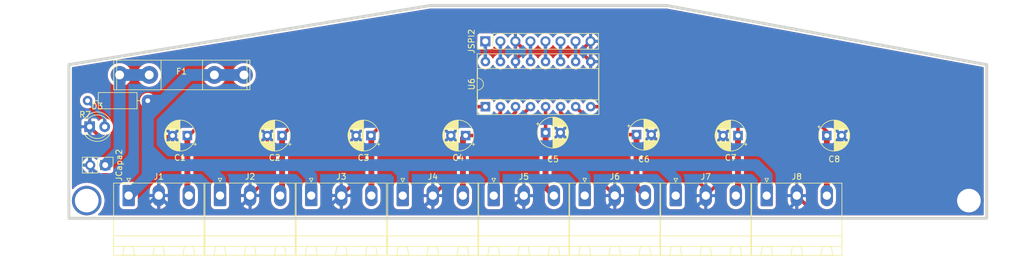
<source format=kicad_pcb>
(kicad_pcb (version 20211014) (generator pcbnew)
  (layers (0 "F.Cu" signal) (31 "B.Cu" signal) (34 "B.Paste" user) (35 "F.Paste" user) (36 "B.SilkS" user "B.Silkscreen") (37 "F.SilkS" user "F.Silkscreen") (38 "B.Mask" user) (39 "F.Mask" user) (44 "Edge.Cuts" user))
  (net 0 "")
  (net 1 "GNDREF")
  (net 2 "Net-(JCapa2-Pad1)")
  (net 3 "POWER_SENSORS")
  (net 4 "Net-(D3-Pad2)")
  (net 5 "CH0")
  (net 6 "CH1")
  (net 7 "CH2")
  (net 8 "CH3")
  (net 9 "CH4")
  (net 10 "CH5")
  (net 11 "CH6")
  (net 12 "ADC_DI")
  (net 13 "ADC_DO")
  (net 14 "ADC_CLK")
  (net 15 "CH7_Analog")
  (net 16 "POWER_ADC")
  (net 17 "Vref_ADC")
  (net 18 "SPI2_CS")
  (footprint "Capacitor_THT:CP_Radial_D5.0mm_P2.50mm" (layer "F.Cu") (at 74 117 180)
    (fp_text reference "C1" (at 1.25 -3.75) (layer "F.SilkS"))
    (fp_text value "1u")
    (pad "1" thru_hole rect (at 0 0 180) (size 1.6 1.6) (drill 0.8) (layers *.Cu *.Mask) (net 5 "CH0"))
    (pad "2" thru_hole circle (at 2.5 0 180) (size 1.6 1.6) (drill 0.8) (layers *.Cu *.Mask) (net 1 "GNDREF"))
  )
  (footprint "Capacitor_THT:CP_Radial_D5.0mm_P2.50mm" (layer "F.Cu") (at 90 117 180)
    (fp_text reference "C2" (at 1.25 -3.75) (layer "F.SilkS"))
    (fp_text value "1u")
    (pad "1" thru_hole rect (at 0 0 180) (size 1.6 1.6) (drill 0.8) (layers *.Cu *.Mask) (net 6 "CH1"))
    (pad "2" thru_hole circle (at 2.5 0 180) (size 1.6 1.6) (drill 0.8) (layers *.Cu *.Mask) (net 1 "GNDREF"))
  )
  (footprint "Capacitor_THT:CP_Radial_D5.0mm_P2.50mm" (layer "F.Cu") (at 105 117 180)
    (fp_text reference "C3" (at 1.25 -3.75) (layer "F.SilkS"))
    (fp_text value "1u")
    (pad "1" thru_hole rect (at 0 0 180) (size 1.6 1.6) (drill 0.8) (layers *.Cu *.Mask) (net 7 "CH2"))
    (pad "2" thru_hole circle (at 2.5 0 180) (size 1.6 1.6) (drill 0.8) (layers *.Cu *.Mask) (net 1 "GNDREF"))
  )
  (footprint "Capacitor_THT:CP_Radial_D5.0mm_P2.50mm" (layer "F.Cu") (at 121 117 180)
    (fp_text reference "C4" (at 1.25 -3.75) (layer "F.SilkS"))
    (fp_text value "1u")
    (pad "1" thru_hole rect (at 0 0 180) (size 1.6 1.6) (drill 0.8) (layers *.Cu *.Mask) (net 8 "CH3"))
    (pad "2" thru_hole circle (at 2.5 0 180) (size 1.6 1.6) (drill 0.8) (layers *.Cu *.Mask) (net 1 "GNDREF"))
  )
  (footprint "Capacitor_THT:CP_Radial_D5.0mm_P2.50mm" (layer "F.Cu") (at 134.5 116.5)
    (fp_text reference "C5" (at 1.25 4.5) (layer "F.SilkS"))
    (fp_text value "1u")
    (pad "1" thru_hole rect (at 0 0) (size 1.6 1.6) (drill 0.8) (layers *.Cu *.Mask) (net 9 "CH4"))
    (pad "2" thru_hole circle (at 2.5 0) (size 1.6 1.6) (drill 0.8) (layers *.Cu *.Mask) (net 1 "GNDREF"))
  )
  (footprint "Capacitor_THT:CP_Radial_D5.0mm_P2.50mm" (layer "F.Cu") (at 149.86 116.84)
    (fp_text reference "C6" (at 1.25 4.16) (layer "F.SilkS"))
    (fp_text value "1u")
    (pad "1" thru_hole rect (at 0 0) (size 1.6 1.6) (drill 0.8) (layers *.Cu *.Mask) (net 10 "CH5"))
    (pad "2" thru_hole circle (at 2.5 0) (size 1.6 1.6) (drill 0.8) (layers *.Cu *.Mask) (net 1 "GNDREF"))
  )
  (footprint "Capacitor_THT:CP_Radial_D5.0mm_P2.50mm" (layer "F.Cu") (at 167 117 180)
    (fp_text reference "C7" (at 1.25 -3.75) (layer "F.SilkS"))
    (fp_text value "1u")
    (pad "1" thru_hole rect (at 0 0 180) (size 1.6 1.6) (drill 0.8) (layers *.Cu *.Mask) (net 11 "CH6"))
    (pad "2" thru_hole circle (at 2.5 0 180) (size 1.6 1.6) (drill 0.8) (layers *.Cu *.Mask) (net 1 "GNDREF"))
  )
  (footprint "Capacitor_THT:CP_Radial_D5.0mm_P2.50mm" (layer "F.Cu") (at 182 117)
    (fp_text reference "C8" (at 1.25 4) (layer "F.SilkS"))
    (fp_text value "1u")
    (pad "1" thru_hole rect (at 0 0) (size 1.6 1.6) (drill 0.8) (layers *.Cu *.Mask) (net 15 "CH7_Analog"))
    (pad "2" thru_hole circle (at 2.5 0) (size 1.6 1.6) (drill 0.8) (layers *.Cu *.Mask) (net 1 "GNDREF"))
  )
  (footprint "LED_THT:LED_D4.0mm" (layer "F.Cu") (at 57.5 115.5)
    (fp_text reference "D3" (at 1.27 -3.46) (layer "F.SilkS"))
    (fp_text value "LED")
    (pad "1" thru_hole rect (at 0 0) (size 1.8 1.8) (drill 0.9) (layers *.Cu *.Mask) (net 1 "GNDREF"))
    (pad "2" thru_hole circle (at 2.54 0) (size 1.8 1.8) (drill 0.9) (layers *.Cu *.Mask) (net 4 "Net-(D3-Pad2)"))
  )
  (footprint "Resistor_THT:R_Axial_DIN0207_L6.3mm_D2.5mm_P10.16mm_Horizontal" (layer "F.Cu") (at 67.31 111.09 180)
    (fp_text reference "R7" (at 10.58 -2.37) (layer "F.SilkS"))
    (fp_text value "10k")
    (pad "1" thru_hole circle (at 0 0 180) (size 1.6 1.6) (drill 0.8) (layers *.Cu *.Mask) (net 3 "POWER_SENSORS"))
    (pad "2" thru_hole oval (at 10.16 0 180) (size 1.6 1.6) (drill 0.8) (layers *.Cu *.Mask) (net 4 "Net-(D3-Pad2)"))
  )
  (footprint "PhoenixContact_MSTBA_2,5_3-G-5,08_1x03_P5.08mm_Horizontal_borderless:PhoenixContact_MSTBA_2,5_3-G-5,08_1x03_P5.08mm_Horizontal_Borderless" (layer "F.Cu") (at 61.5458 124.6081)
    (fp_text reference "J1" (at 7.62 -0.66) (layer "F.SilkS"))
    (fp_text value "S0")
    (pad "1" thru_hole roundrect locked (at 2.54 2.54) (size 2.08 3.6) (drill 1.4) (layers *.Cu *.Mask) (roundrect_rratio 0.1201918269) (net 3 "POWER_SENSORS"))
    (pad "2" thru_hole oval locked (at 7.62 2.54) (size 2.08 3.6) (drill 1.4) (layers *.Cu *.Mask) (net 1 "GNDREF"))
    (pad "3" thru_hole oval locked (at 12.7 2.54) (size 2.08 3.6) (drill 1.4) (layers *.Cu *.Mask) (net 5 "CH0"))
  )
  (footprint "PhoenixContact_MSTBA_2,5_3-G-5,08_1x03_P5.08mm_Horizontal_borderless:PhoenixContact_MSTBA_2,5_3-G-5,08_1x03_P5.08mm_Horizontal_Borderless" (layer "F.Cu") (at 76.978 124.6081)
    (fp_text reference "J2" (at 7.62 -0.66) (layer "F.SilkS"))
    (fp_text value "S1")
    (pad "1" thru_hole roundrect locked (at 2.54 2.54) (size 2.08 3.6) (drill 1.4) (layers *.Cu *.Mask) (roundrect_rratio 0.1201918269) (net 3 "POWER_SENSORS"))
    (pad "2" thru_hole oval locked (at 7.62 2.54) (size 2.08 3.6) (drill 1.4) (layers *.Cu *.Mask) (net 1 "GNDREF"))
    (pad "3" thru_hole oval locked (at 12.7 2.54) (size 2.08 3.6) (drill 1.4) (layers *.Cu *.Mask) (net 6 "CH1"))
  )
  (footprint "PhoenixContact_MSTBA_2,5_3-G-5,08_1x03_P5.08mm_Horizontal_borderless:PhoenixContact_MSTBA_2,5_3-G-5,08_1x03_P5.08mm_Horizontal_Borderless" (layer "F.Cu") (at 92.38 124.6081)
    (fp_text reference "J3" (at 7.62 -0.66) (layer "F.SilkS"))
    (fp_text value "S2")
    (pad "1" thru_hole roundrect locked (at 2.54 2.54) (size 2.08 3.6) (drill 1.4) (layers *.Cu *.Mask) (roundrect_rratio 0.1201918269) (net 3 "POWER_SENSORS"))
    (pad "2" thru_hole oval locked (at 7.62 2.54) (size 2.08 3.6) (drill 1.4) (layers *.Cu *.Mask) (net 1 "GNDREF"))
    (pad "3" thru_hole oval locked (at 12.7 2.54) (size 2.08 3.6) (drill 1.4) (layers *.Cu *.Mask) (net 7 "CH2"))
  )
  (footprint "PhoenixContact_MSTBA_2,5_3-G-5,08_1x03_P5.08mm_Horizontal_borderless:PhoenixContact_MSTBA_2,5_3-G-5,08_1x03_P5.08mm_Horizontal_Borderless" (layer "F.Cu") (at 107.839 124.619)
    (fp_text reference "J4" (at 7.62 -0.66) (layer "F.SilkS"))
    (fp_text value "S3")
    (pad "1" thru_hole roundrect locked (at 2.54 2.54) (size 2.08 3.6) (drill 1.4) (layers *.Cu *.Mask) (roundrect_rratio 0.1201918269) (net 3 "POWER_SENSORS"))
    (pad "2" thru_hole oval locked (at 7.62 2.54) (size 2.08 3.6) (drill 1.4) (layers *.Cu *.Mask) (net 1 "GNDREF"))
    (pad "3" thru_hole oval locked (at 12.7 2.54) (size 2.08 3.6) (drill 1.4) (layers *.Cu *.Mask) (net 8 "CH3"))
  )
  (footprint "PhoenixContact_MSTBA_2,5_3-G-5,08_1x03_P5.08mm_Horizontal_borderless:PhoenixContact_MSTBA_2,5_3-G-5,08_1x03_P5.08mm_Horizontal_Borderless" (layer "F.Cu") (at 123.206 124.619)
    (fp_text reference "J5" (at 7.62 -0.66) (layer "F.SilkS"))
    (fp_text value "S4")
    (pad "1" thru_hole roundrect locked (at 2.54 2.54) (size 2.08 3.6) (drill 1.4) (layers *.Cu *.Mask) (roundrect_rratio 0.1201918269) (net 3 "POWER_SENSORS"))
    (pad "2" thru_hole oval locked (at 7.62 2.54) (size 2.08 3.6) (drill 1.4) (layers *.Cu *.Mask) (net 1 "GNDREF"))
    (pad "3" thru_hole oval locked (at 12.7 2.54) (size 2.08 3.6) (drill 1.4) (layers *.Cu *.Mask) (net 9 "CH4"))
  )
  (footprint "PhoenixContact_MSTBA_2,5_3-G-5,08_1x03_P5.08mm_Horizontal_borderless:PhoenixContact_MSTBA_2,5_3-G-5,08_1x03_P5.08mm_Horizontal_Borderless" (layer "F.Cu") (at 138.573 124.606)
    (fp_text reference "J6" (at 7.62 -0.66) (layer "F.SilkS"))
    (fp_text value "S5")
    (pad "1" thru_hole roundrect locked (at 2.54 2.54) (size 2.08 3.6) (drill 1.4) (layers *.Cu *.Mask) (roundrect_rratio 0.1201918269) (net 3 "POWER_SENSORS"))
    (pad "2" thru_hole oval locked (at 7.62 2.54) (size 2.08 3.6) (drill 1.4) (layers *.Cu *.Mask) (net 1 "GNDREF"))
    (pad "3" thru_hole oval locked (at 12.7 2.54) (size 2.08 3.6) (drill 1.4) (layers *.Cu *.Mask) (net 10 "CH5"))
  )
  (footprint "PhoenixContact_MSTBA_2,5_3-G-5,08_1x03_P5.08mm_Horizontal_borderless:PhoenixContact_MSTBA_2,5_3-G-5,08_1x03_P5.08mm_Horizontal_Borderless" (layer "F.Cu") (at 153.94 124.619)
    (fp_text reference "J7" (at 7.62 -0.66) (layer "F.SilkS"))
    (fp_text value "S6")
    (pad "1" thru_hole roundrect locked (at 2.54 2.54) (size 2.08 3.6) (drill 1.4) (layers *.Cu *.Mask) (roundrect_rratio 0.1201918269) (net 3 "POWER_SENSORS"))
    (pad "2" thru_hole oval locked (at 7.62 2.54) (size 2.08 3.6) (drill 1.4) (layers *.Cu *.Mask) (net 1 "GNDREF"))
    (pad "3" thru_hole oval locked (at 12.7 2.54) (size 2.08 3.6) (drill 1.4) (layers *.Cu *.Mask) (net 11 "CH6"))
  )
  (footprint "PhoenixContact_MSTBA_2,5_3-G-5,08_1x03_P5.08mm_Horizontal_borderless:PhoenixContact_MSTBA_2,5_3-G-5,08_1x03_P5.08mm_Horizontal_Borderless" (layer "F.Cu") (at 169.307 124.619)
    (fp_text reference "J8" (at 7.62 -0.66) (layer "F.SilkS"))
    (fp_text value "S7")
    (pad "1" thru_hole roundrect locked (at 2.54 2.54) (size 2.08 3.6) (drill 1.4) (layers *.Cu *.Mask) (roundrect_rratio 0.1201918269) (net 3 "POWER_SENSORS"))
    (pad "2" thru_hole oval locked (at 7.62 2.54) (size 2.08 3.6) (drill 1.4) (layers *.Cu *.Mask) (net 1 "GNDREF"))
    (pad "3" thru_hole oval locked (at 12.7 2.54) (size 2.08 3.6) (drill 1.4) (layers *.Cu *.Mask) (net 15 "CH7_Analog"))
  )
  (footprint "Fuse Others:20x5" (layer "F.Cu") (at 83.56 106.74 180)
    (fp_text reference "F1" (at 10.54 0.59) (layer "F.SilkS"))
    (fp_text value "Fuse")
    (pad "1" thru_hole circle locked (at 5 0 180) (size 3 3) (drill 1.5) (layers *.Cu *.Mask) (net 3 "POWER_SENSORS"))
    (pad "1" thru_hole circle locked (at 0 0 180) (size 3 3) (drill 1.5) (layers *.Cu *.Mask) (net 3 "POWER_SENSORS"))
    (pad "2" thru_hole circle locked (at 16 0 180) (size 3 3) (drill 1.5) (layers *.Cu *.Mask) (net 2 "Net-(JCapa2-Pad1)"))
    (pad "2" thru_hole circle locked (at 21 0 180) (size 3 3) (drill 1.5) (layers *.Cu *.Mask) (net 2 "Net-(JCapa2-Pad1)"))
  )
  (footprint "Connector_PinHeader_2.54mm:PinHeader_1x08_P2.54mm_Vertical" (layer "F.Cu") (at 124.325 101.05 90)
    (fp_text reference "JSPI2" (at 0 -2.33 90) (layer "F.SilkS"))
    (fp_text value "Conn_01x08")
    (pad "1" thru_hole rect (at 0 0 90) (size 1.7 1.7) (drill 1) (layers *.Cu *.Mask) (net 16 "POWER_ADC"))
    (pad "2" thru_hole oval (at 0 2.54 90) (size 1.7 1.7) (drill 1) (layers *.Cu *.Mask) (net 17 "Vref_ADC"))
    (pad "3" thru_hole oval (at 0 5.08 90) (size 1.7 1.7) (drill 1) (layers *.Cu *.Mask) (net 1 "GNDREF"))
    (pad "4" thru_hole oval (at 0 7.62 90) (size 1.7 1.7) (drill 1) (layers *.Cu *.Mask) (net 14 "ADC_CLK"))
    (pad "5" thru_hole oval (at 0 10.16 90) (size 1.7 1.7) (drill 1) (layers *.Cu *.Mask) (net 12 "ADC_DI"))
    (pad "6" thru_hole oval (at 0 12.7 90) (size 1.7 1.7) (drill 1) (layers *.Cu *.Mask) (net 13 "ADC_DO"))
    (pad "7" thru_hole oval (at 0 15.24 90) (size 1.7 1.7) (drill 1) (layers *.Cu *.Mask) (net 18 "SPI2_CS"))
    (pad "8" thru_hole oval (at 0 17.78 90) (size 1.7 1.7) (drill 1) (layers *.Cu *.Mask) (net 1 "GNDREF"))
  )
  (footprint "Connector_PinHeader_2.54mm:PinHeader_1x02_P2.54mm_Vertical" (layer "F.Cu") (at 60.13 122 -90)
    (fp_text reference "JCapa2" (at 0 -2.33 90) (layer "F.SilkS"))
    (fp_text value "Conn_01x02")
    (pad "1" thru_hole rect (at 0 0 270) (size 1.7 1.7) (drill 1) (layers *.Cu *.Mask) (net 2 "Net-(JCapa2-Pad1)"))
    (pad "2" thru_hole oval (at 0 2.54 270) (size 1.7 1.7) (drill 1) (layers *.Cu *.Mask) (net 1 "GNDREF"))
  )
  (footprint "Package_DIP:DIP-16_W7.62mm_Socket" (layer "F.Cu") (at 124.34 112.11 90)
    (fp_text reference "U6" (at 3.81 -2.33 90) (layer "F.SilkS"))
    (fp_text value "MCP3208")
    (pad "1" thru_hole rect (at 0 0 90) (size 1.6 1.6) (drill 0.8) (layers *.Cu *.Mask) (net 5 "CH0"))
    (pad "2" thru_hole oval (at 0 2.54 90) (size 1.6 1.6) (drill 0.8) (layers *.Cu *.Mask) (net 6 "CH1"))
    (pad "3" thru_hole oval (at 0 5.08 90) (size 1.6 1.6) (drill 0.8) (layers *.Cu *.Mask) (net 7 "CH2"))
    (pad "4" thru_hole oval (at 0 7.62 90) (size 1.6 1.6) (drill 0.8) (layers *.Cu *.Mask) (net 8 "CH3"))
    (pad "5" thru_hole oval (at 0 10.16 90) (size 1.6 1.6) (drill 0.8) (layers *.Cu *.Mask) (net 9 "CH4"))
    (pad "6" thru_hole oval (at 0 12.7 90) (size 1.6 1.6) (drill 0.8) (layers *.Cu *.Mask) (net 10 "CH5"))
    (pad "7" thru_hole oval (at 0 15.24 90) (size 1.6 1.6) (drill 0.8) (layers *.Cu *.Mask) (net 11 "CH6"))
    (pad "8" thru_hole oval (at 0 17.78 90) (size 1.6 1.6) (drill 0.8) (layers *.Cu *.Mask) (net 15 "CH7_Analog"))
    (pad "9" thru_hole oval (at 7.62 17.78 90) (size 1.6 1.6) (drill 0.8) (layers *.Cu *.Mask) (net 1 "GNDREF"))
    (pad "10" thru_hole oval (at 7.62 15.24 90) (size 1.6 1.6) (drill 0.8) (layers *.Cu *.Mask) (net 18 "SPI2_CS"))
    (pad "11" thru_hole oval (at 7.62 12.7 90) (size 1.6 1.6) (drill 0.8) (layers *.Cu *.Mask) (net 13 "ADC_DO"))
    (pad "12" thru_hole oval (at 7.62 10.16 90) (size 1.6 1.6) (drill 0.8) (layers *.Cu *.Mask) (net 12 "ADC_DI"))
    (pad "13" thru_hole oval (at 7.62 7.62 90) (size 1.6 1.6) (drill 0.8) (layers *.Cu *.Mask) (net 14 "ADC_CLK"))
    (pad "14" thru_hole oval (at 7.62 5.08 90) (size 1.6 1.6) (drill 0.8) (layers *.Cu *.Mask) (net 1 "GNDREF"))
    (pad "15" thru_hole oval (at 7.62 2.54 90) (size 1.6 1.6) (drill 0.8) (layers *.Cu *.Mask) (net 17 "Vref_ADC"))
    (pad "16" thru_hole oval (at 7.62 0 90) (size 1.6 1.6) (drill 0.8) (layers *.Cu *.Mask) (net 16 "POWER_ADC"))
  )
  (gr_line (start 209 105) (end 209 131) (layer "Edge.Cuts") (width 0.5))
  (gr_line (start 209 131) (end 54 131) (layer "Edge.Cuts") (width 0.5))
  (gr_line (start 54 105) (end 115 95) (layer "Edge.Cuts") (width 0.5))
  (gr_line (start 115 95) (end 155 95) (layer "Edge.Cuts") (width 0.5))
  (gr_line (start 54 131) (end 54 105) (layer "Edge.Cuts") (width 0.5))
  (gr_line (start 155 95) (end 209 105) (layer "Edge.Cuts") (width 0.5))
  (via (at 57 128) (size 5) (drill 4) (layers "F.Cu" "B.Cu") (net 0))
  (segment (start 142.105 104.475) (end 142.12 104.49) (width 0.6) (layer "F.Cu") (net 1))
  (segment (start 142.12 104.49) (end 140.329511 102.699511) (width 0.6) (layer "F.Cu") (net 1))
  (segment (start 71.300489 117.199511) (end 59.199511 117.199511) (width 0.6) (layer "F.Cu") (net 1))
  (segment (start 164.5 117) (end 164.5 124.219) (width 0.6) (layer "F.Cu") (net 1))
  (segment (start 118.5 124.118) (end 115.459 127.159) (width 0.6) (layer "F.Cu") (net 1))
  (segment (start 129.42 101.065) (end 129.405 101.05) (width 0.6) (layer "F.Cu") (net 1))
  (segment (start 71.5 117) (end 71.300489 117.199511) (width 0.6) (layer "F.Cu") (net 1))
  (segment (start 130.880489 102.699511) (end 129.42 104.16) (width 0.6) (layer "F.Cu") (net 1))
  (segment (start 129.42 104.16) (end 129.42 104.49) (width 0.6) (layer "F.Cu") (net 1))
  (segment (start 131.054511 102.699511) (end 130.880489 102.699511) (width 0.6) (layer "F.Cu") (net 1))
  (segment (start 118.5 117) (end 118.5 124.118) (width 0.6) (layer "F.Cu") (net 1))
  (segment (start 142.105 101.05) (end 142.105 104.475) (width 0.6) (layer "F.Cu") (net 1))
  (segment (start 184.5 128.027474) (end 182.768954 129.75852) (width 0.6) (layer "F.Cu") (net 1))
  (segment (start 140.329511 102.699511) (end 130.880489 102.699511) (width 0.6) (layer "F.Cu") (net 1))
  (segment (start 69.1658 127.1481) (end 69.1658 119.3342) (width 0.6) (layer "F.Cu") (net 1))
  (segment (start 161.56 126.04) (end 161.56 127.159) (width 0.6) (layer "F.Cu") (net 1))
  (segment (start 87.5 124.2461) (end 84.598 127.1481) (width 0.6) (layer "F.Cu") (net 1))
  (segment (start 164.5 124.219) (end 161.56 127.159) (width 0.6) (layer "F.Cu") (net 1))
  (segment (start 137 116.5) (end 137 117.953) (width 0.6) (layer "F.Cu") (net 1))
  (segment (start 59.199511 117.199511) (end 57.5 115.5) (width 0.6) (layer "F.Cu") (net 1))
  (segment (start 140.455489 102.699511) (end 131.054511 102.699511) (width 0.6) (layer "F.Cu") (net 1))
  (segment (start 179.52652 129.75852) (end 176.927 127.159) (width 0.6) (layer "F.Cu") (net 1))
  (segment (start 102.5 124.6481) (end 100 127.1481) (width 0.6) (layer "F.Cu") (net 1))
  (segment (start 152.36 116.84) (end 161.56 126.04) (width 0.6) (layer "F.Cu") (net 1))
  (segment (start 182.768954 129.75852) (end 179.52652 129.75852) (width 0.6) (layer "F.Cu") (net 1))
  (segment (start 102.5 117) (end 102.5 124.6481) (width 0.6) (layer "F.Cu") (net 1))
  (segment (start 69.1658 119.3342) (end 71.5 117) (width 0.6) (layer "F.Cu") (net 1))
  (segment (start 131.054511 102.699511) (end 129.405 101.05) (width 0.6) (layer "F.Cu") (net 1))
  (segment (start 137 117.953) (end 146.193 127.146) (width 0.6) (layer "F.Cu") (net 1))
  (segment (start 142.105 101.05) (end 140.455489 102.699511) (width 0.6) (layer "F.Cu") (net 1))
  (segment (start 184.5 117) (end 184.5 128.027474) (width 0.6) (layer "F.Cu") (net 1))
  (segment (start 129.42 104.49) (end 129.42 101.065) (width 0.6) (layer "F.Cu") (net 1))
  (segment (start 87.5 117) (end 87.5 124.2461) (width 0.6) (layer "F.Cu") (net 1))
  (via (at 206 128) (size 5) (drill 4) (layers "F.Cu" "B.Cu") (net 1))
  (segment (start 182.199022 120) (end 184.5 117.699022) (width 0.6) (layer "B.Cu") (net 1))
  (segment (start 82.05001 129.94999) (end 79.05001 129.94999) (width 0.6) (layer "B.Cu") (net 1))
  (segment (start 64.78001 129.94999) (end 66.05001 129.94999) (width 0.6) (layer "B.Cu") (net 1))
  (segment (start 152.36 116.84) (end 152.36 119.86) (width 0.6) (layer "B.Cu") (net 1))
  (segment (start 113.05001 129.94999) (end 112.94999 129.94999) (width 0.6) (layer "B.Cu") (net 1))
  (segment (start 176.927 128.073) (end 175.05001 129.94999) (width 0.6) (layer "B.Cu") (net 1))
  (segment (start 63.063444 129.94999) (end 60.299511 127.186057) (width 0.6) (layer "B.Cu") (net 1))
  (segment (start 84.598 127.402) (end 82.05001 129.94999) (width 0.6) (layer "B.Cu") (net 1))
  (segment (start 137 116.5) (end 137 119.5) (width 0.6) (layer "B.Cu") (net 1))
  (segment (start 102.5 117) (end 102.5 120) (width 0.6) (layer "B.Cu") (net 1))
  (segment (start 118.5 119.5) (end 119 120) (width 0.6) (layer "B.Cu") (net 1))
  (segment (start 73.36863 120) (end 71.5 118.13137) (width 0.6) (layer "B.Cu") (net 1))
  (segment (start 144.05001 129.94999) (end 158.94999 129.94999) (width 0.6) (layer "B.Cu") (net 1))
  (segment (start 84.598 127.1481) (end 84.598 127.402) (width 0.6) (layer "B.Cu") (net 1))
  (segment (start 184.5 117.699022) (end 184.5 117) (width 0.6) (layer "B.Cu") (net 1))
  (segment (start 158.94999 129.94999) (end 174.94999 129.94999) (width 0.6) (layer "B.Cu") (net 1))
  (segment (start 175.05001 129.94999) (end 174.94999 129.94999) (width 0.6) (layer "B.Cu") (net 1))
  (segment (start 118.5 117) (end 118.5 119.5) (width 0.6) (layer "B.Cu") (net 1))
  (segment (start 66.05001 129.94999) (end 68.8519 127.1481) (width 0.6) (layer "B.Cu") (net 1))
  (segment (start 159.05001 129.94999) (end 158.94999 129.94999) (width 0.6) (layer "B.Cu") (net 1))
  (segment (start 57.59 122.32) (end 57.59 122) (width 0.6) (layer "B.Cu") (net 1))
  (segment (start 137.5 120) (end 152.5 120) (width 0.6) (layer "B.Cu") (net 1))
  (segment (start 102.5 120) (end 119 120) (width 0.6) (layer "B.Cu") (net 1))
  (segment (start 164.5 120) (end 182.199022 120) (width 0.6) (layer "B.Cu") (net 1))
  (segment (start 100 127.1481) (end 99.8519 127.1481) (width 0.6) (layer "B.Cu") (net 1))
  (segment (start 87.5 117) (end 84.5 120) (width 0.6) (layer "B.Cu") (net 1))
  (segment (start 72.85999 129.94999) (end 79.05001 129.94999) (width 0.6) (layer "B.Cu") (net 1))
  (segment (start 71.5 118.13137) (end 71.5 117) (width 0.6) (layer "B.Cu") (net 1))
  (segment (start 152.36 119.86) (end 152.5 120) (width 0.6) (layer "B.Cu") (net 1))
  (segment (start 69.1658 127.1481) (end 69.1658 127.1658) (width 0.6) (layer "B.Cu") (net 1))
  (segment (start 60.299511 127.186057) (end 60.299511 125.029511) (width 0.6) (layer "B.Cu") (net 1))
  (segment (start 130.826 127.174) (end 128.05001 129.94999) (width 0.6) (layer "B.Cu") (net 1))
  (segment (start 146.193 127.807) (end 144.05001 129.94999) (width 0.6) (layer "B.Cu") (net 1))
  (segment (start 84.5 120) (end 73.36863 120) (width 0.6) (layer "B.Cu") (net 1))
  (segment (start 176.927 127.159) (end 176.927 128.073) (width 0.6) (layer "B.Cu") (net 1))
  (segment (start 60.299511 125.029511) (end 57.59 122.32) (width 0.6) (layer "B.Cu") (net 1))
  (segment (start 57.5 121.91) (end 57.59 122) (width 0.6) (layer "B.Cu") (net 1))
  (segment (start 130.826 127.159) (end 130.826 127.174) (width 0.6) (layer "B.Cu") (net 1))
  (segment (start 57.5 115.5) (end 57.5 121.91) (width 0.6) (layer "B.Cu") (net 1))
  (segment (start 137 119.5) (end 137.5 120) (width 0.6) (layer "B.Cu") (net 1))
  (segment (start 152.5 120) (end 154 120) (width 0.6) (layer "B.Cu") (net 1))
  (segment (start 119 120) (end 137.5 120) (width 0.6) (layer "B.Cu") (net 1))
  (segment (start 154 120) (end 161 120) (width 0.6) (layer "B.Cu") (net 1))
  (segment (start 128.05001 129.94999) (end 127.94999 129.94999) (width 0.6) (layer "B.Cu") (net 1))
  (segment (start 164.5 117) (end 164.5 120) (width 0.6) (layer "B.Cu") (net 1))
  (segment (start 72.85999 129.94999) (end 64.78001 129.94999) (width 0.6) (layer "B.Cu") (net 1))
  (segment (start 127.94999 129.94999) (end 144.05001 129.94999) (width 0.6) (layer "B.Cu") (net 1))
  (segment (start 69.1658 127.1658) (end 71.94999 129.94999) (width 0.6) (layer "B.Cu") (net 1))
  (segment (start 146.193 127.146) (end 146.193 127.807) (width 0.6) (layer "B.Cu") (net 1))
  (segment (start 161 120) (end 164.5 120) (width 0.6) (layer "B.Cu") (net 1))
  (segment (start 161.56 127.159) (end 161.56 127.44) (width 0.6) (layer "B.Cu") (net 1))
  (segment (start 115.459 127.541) (end 113.05001 129.94999) (width 0.6) (layer "B.Cu") (net 1))
  (segment (start 84.5 120) (end 102.5 120) (width 0.6) (layer "B.Cu") (net 1))
  (segment (start 161.56 127.44) (end 159.05001 129.94999) (width 0.6) (layer "B.Cu") (net 1))
  (segment (start 115.459 127.159) (end 115.459 127.541) (width 0.6) (layer "B.Cu") (net 1))
  (segment (start 64.78001 129.94999) (end 63.063444 129.94999) (width 0.6) (layer "B.Cu") (net 1))
  (segment (start 97.05001 129.94999) (end 112.94999 129.94999) (width 0.6) (layer "B.Cu") (net 1))
  (segment (start 71.94999 129.94999) (end 72.85999 129.94999) (width 0.6) (layer "B.Cu") (net 1))
  (segment (start 99.8519 127.1481) (end 97.05001 129.94999) (width 0.6) (layer "B.Cu") (net 1))
  (segment (start 79.05001 129.94999) (end 97.05001 129.94999) (width 0.6) (layer "B.Cu") (net 1))
  (segment (start 112.94999 129.94999) (end 127.94999 129.94999) (width 0.6) (layer "B.Cu") (net 1))
  (segment (start 68.8519 127.1481) (end 69.1658 127.1481) (width 0.6) (layer "B.Cu") (net 1))
  (segment (start 62.56 106.74) (end 62.56 119.57) (width 2) (layer "B.Cu") (net 2))
  (segment (start 62.56 119.57) (end 60.13 122) (width 2) (layer "B.Cu") (net 2))
  (segment (start 67.56 106.74) (end 62.56 106.74) (width 2) (layer "B.Cu") (net 2))
  (segment (start 109 122) (end 110.379 123.379) (width 2) (layer "B.Cu") (net 3))
  (segment (start 67.31 116.486276) (end 67.31 119.09) (width 2) (layer "B.Cu") (net 3))
  (segment (start 70.06 122) (end 67.31 119.25) (width 2) (layer "B.Cu") (net 3))
  (segment (start 67.7 122) (end 67.31 121.61) (width 2) (layer "B.Cu") (net 3))
  (segment (start 74.27 106.74) (end 69.92 111.09) (width 2) (layer "B.Cu") (net 3))
  (segment (start 171.847 123.847) (end 171.847 127.159) (width 2) (layer "B.Cu") (net 3))
  (segment (start 70.06 122) (end 170 122) (width 2) (layer "B.Cu") (net 3))
  (segment (start 125.746 127.159) (end 125.746 123.746) (width 2) (layer "B.Cu") (net 3))
  (segment (start 141.113 124.113) (end 141.113 127.146) (width 2) (layer "B.Cu") (net 3))
  (segment (start 139 122) (end 141.113 124.113) (width 2) (layer "B.Cu") (net 3))
  (segment (start 67.31 121.61) (end 67.31 123.9239) (width 2) (layer "B.Cu") (net 3))
  (segment (start 79.518 124.518) (end 77 122) (width 2) (layer "B.Cu") (net 3))
  (segment (start 66.00195 125.23195) (end 64.0858 127.1481) (width 2) (layer "B.Cu") (net 3))
  (segment (start 156.48 124.48) (end 156.48 127.159) (width 2) (layer "B.Cu") (net 3))
  (segment (start 79.518 127.1481) (end 79.518 124.518) (width 2) (layer "B.Cu") (net 3))
  (segment (start 69.2339 122) (end 70.06 122) (width 2) (layer "B.Cu") (net 3))
  (segment (start 83.56 106.74) (end 78.56 106.74) (width 2) (layer "B.Cu") (net 3))
  (segment (start 67.31 111.09) (end 67.31 115.24) (width 2) (layer "B.Cu") (net 3))
  (segment (start 69.92 111.09) (end 67.31 111.09) (width 2) (layer "B.Cu") (net 3))
  (segment (start 70.06 122) (end 67.7 122) (width 2) (layer "B.Cu") (net 3))
  (segment (start 67.31 115.24) (end 67.31 116.486276) (width 2) (layer "B.Cu") (net 3))
  (segment (start 66.00195 125.23195) (end 69.2339 122) (width 2) (layer "B.Cu") (net 3))
  (segment (start 154 122) (end 156.48 124.48) (width 2) (layer "B.Cu") (net 3))
  (segment (start 67.31 123.9239) (end 66.00195 125.23195) (width 2) (layer "B.Cu") (net 3))
  (segment (start 170 122) (end 171.847 123.847) (width 2) (layer "B.Cu") (net 3))
  (segment (start 67.31 119.09) (end 67.31 121.61) (width 2) (layer "B.Cu") (net 3))
  (segment (start 94.92 123.92) (end 94.92 127.1481) (width 2) (layer "B.Cu") (net 3))
  (segment (start 67.31 119.25) (end 67.31 119.09) (width 2) (layer "B.Cu") (net 3))
  (segment (start 93 122) (end 94.92 123.92) (width 2) (layer "B.Cu") (net 3))
  (segment (start 67.31 113.7) (end 69.92 111.09) (width 2) (layer "B.Cu") (net 3))
  (segment (start 125.746 123.746) (end 124 122) (width 2) (layer "B.Cu") (net 3))
  (segment (start 67.31 115.24) (end 67.31 113.7) (width 2) (layer "B.Cu") (net 3))
  (segment (start 110.379 123.379) (end 110.379 127.159) (width 2) (layer "B.Cu") (net 3))
  (segment (start 78.56 106.74) (end 74.27 106.74) (width 2) (layer "B.Cu") (net 3))
  (segment (start 77 122) (end 70.06 122) (width 2) (layer "B.Cu") (net 3))
  (segment (start 60.04 115.5) (end 60.04 113.98) (width 0.6) (layer "B.Cu") (net 4))
  (segment (start 60.04 113.98) (end 57.15 111.09) (width 0.6) (layer "B.Cu") (net 4))
  (segment (start 74 126.9023) (end 74.2458 127.1481) (width 0.6) (layer "F.Cu") (net 5))
  (segment (start 79.15 112.11) (end 74.26 117) (width 0.6) (layer "F.Cu") (net 5))
  (segment (start 124.34 112.11) (end 79.15 112.11) (width 0.6) (layer "F.Cu") (net 5))
  (segment (start 74.26 117) (end 74 117) (width 0.6) (layer "F.Cu") (net 5))
  (segment (start 74 117) (end 74 126.9023) (width 1) (layer "F.Cu") (net 5))
  (segment (start 90 117) (end 93 114) (width 0.6) (layer "F.Cu") (net 6))
  (segment (start 126.12137 114) (end 123.02 114) (width 0.6) (layer "F.Cu") (net 6))
  (segment (start 126.88 112.11) (end 126.88 113.24137) (width 0.6) (layer "F.Cu") (net 6))
  (segment (start 90 117) (end 90 126.8261) (width 1) (layer "F.Cu") (net 6))
  (segment (start 90 126.8261) (end 89.678 127.1481) (width 0.6) (layer "F.Cu") (net 6))
  (segment (start 126.88 113.24137) (end 126.12137 114) (width 0.6) (layer "F.Cu") (net 6))
  (segment (start 125.70137 114) (end 93 114) (width 0.6) (layer "F.Cu") (net 6))
  (segment (start 129.42 113.05) (end 127.37048 115.09952) (width 0.6) (layer "F.Cu") (net 7))
  (segment (start 105.08 121.42) (end 105.08 127.1481) (width 0.6) (layer "F.Cu") (net 7))
  (segment (start 127.37048 115.09952) (end 113.59952 115.09952) (width 0.6) (layer "F.Cu") (net 7))
  (segment (start 129.42 111.836326) (end 129.42 111.69) (width 0.6) (layer "F.Cu") (net 7))
  (segment (start 129.42 112.11) (end 129.42 113.05) (width 0.6) (layer "F.Cu") (net 7))
  (segment (start 113.59952 115.09952) (end 106.90048 115.09952) (width 0.6) (layer "F.Cu") (net 7))
  (segment (start 105.08 127.1481) (end 105.08 117.08) (width 1) (layer "F.Cu") (net 7))
  (segment (start 111.40048 115.09952) (end 113.59952 115.09952) (width 0.6) (layer "F.Cu") (net 7))
  (segment (start 105.08 117.08) (end 105 117) (width 0.6) (layer "F.Cu") (net 7))
  (segment (start 106.90048 115.09952) (end 105 117) (width 0.6) (layer "F.Cu") (net 7))
  (segment (start 121 117) (end 127.07 117) (width 0.6) (layer "F.Cu") (net 8))
  (segment (start 127.07 117) (end 131.96 112.11) (width 0.6) (layer "F.Cu") (net 8))
  (segment (start 120.539 117.461) (end 121 117) (width 0.6) (layer "F.Cu") (net 8))
  (segment (start 120.539 127.159) (end 120.539 117.461) (width 1) (layer "F.Cu") (net 8))
  (segment (start 134.5 125.753) (end 135.906 127.159) (width 1) (layer "F.Cu") (net 9))
  (segment (start 134.5 116.5) (end 134.5 112.11) (width 0.6) (layer "F.Cu") (net 9))
  (segment (start 134.5 116.5) (end 134.5 125.753) (width 1) (layer "F.Cu") (net 9))
  (segment (start 137.04 112.11) (end 137.04 113.11) (width 0.6) (layer "F.Cu") (net 10))
  (segment (start 149.86 116.84) (end 149.86 125.733) (width 1) (layer "F.Cu") (net 10))
  (segment (start 137.04 113.11) (end 140.77 116.84) (width 0.6) (layer "F.Cu") (net 10))
  (segment (start 140.77 116.84) (end 149.86 116.84) (width 0.6) (layer "F.Cu") (net 10))
  (segment (start 149.86 125.733) (end 151.273 127.146) (width 1) (layer "F.Cu") (net 10))
  (segment (start 165.209511 113.709511) (end 166.345 114.845) (width 0.6) (layer "F.Cu") (net 11))
  (segment (start 167 117) (end 167 115.5) (width 0.6) (layer "F.Cu") (net 11))
  (segment (start 167 117) (end 167 126.799) (width 1) (layer "F.Cu") (net 11))
  (segment (start 141.179511 113.709511) (end 165.209511 113.709511) (width 0.6) (layer "F.Cu") (net 11))
  (segment (start 167 126.799) (end 166.64 127.159) (width 0.6) (layer "F.Cu") (net 11))
  (segment (start 139.58 112.11) (end 141.179511 113.709511) (width 0.6) (layer "F.Cu") (net 11))
  (segment (start 167 115.5) (end 166.345 114.845) (width 0.6) (layer "F.Cu") (net 11))
  (segment (start 134.485 104.475) (end 134.5 104.49) (width 0.6) (layer "B.Cu") (net 12))
  (segment (start 134.485 101.05) (end 134.485 104.475) (width 0.6) (layer "B.Cu") (net 12))
  (segment (start 137.025 101.05) (end 137.025 104.475) (width 0.6) (layer "B.Cu") (net 13))
  (segment (start 137.025 104.475) (end 137.04 104.49) (width 0.6) (layer "B.Cu") (net 13))
  (segment (start 131.96 104.49) (end 131.96 101.065) (width 0.6) (layer "B.Cu") (net 14))
  (segment (start 131.96 101.065) (end 131.945 101.05) (width 0.6) (layer "B.Cu") (net 14))
  (segment (start 182 117) (end 182 127.152) (width 1) (layer "F.Cu") (net 15))
  (segment (start 177.8 112.11) (end 182 116.31) (width 0.6) (layer "F.Cu") (net 15))
  (segment (start 142.12 112.11) (end 177.8 112.11) (width 0.6) (layer "F.Cu") (net 15))
  (segment (start 182 116.31) (end 182 117) (width 0.6) (layer "F.Cu") (net 15))
  (segment (start 182 127.152) (end 182.007 127.159) (width 0.6) (layer "F.Cu") (net 15))
  (segment (start 124.325 104.475) (end 124.34 104.49) (width 0.6) (layer "B.Cu") (net 16))
  (segment (start 124.325 101.05) (end 124.325 104.475) (width 0.6) (layer "B.Cu") (net 16))
  (segment (start 126.865 101.05) (end 126.865 104.475) (width 0.6) (layer "B.Cu") (net 17))
  (segment (start 126.865 104.475) (end 126.88 104.49) (width 0.6) (layer "B.Cu") (net 17))
  (segment (start 126.88 104.07) (end 126.88 104.53) (width 0.6) (layer "B.Cu") (net 17))
  (segment (start 139.565 104.475) (end 139.58 104.49) (width 0.6) (layer "B.Cu") (net 18))
  (segment (start 139.565 101.05) (end 139.565 104.475) (width 0.6) (layer "B.Cu") (net 18))
  (zone (net 1) (net_name "GNDREF") (layer "F.Cu") (connect_pads (clearance 0.508)) (min_thickness 0.254) (fill yes (thermal_gap 0.508) (thermal_bridge_width 0.508))
    (polygon (pts (xy 208.9 131) (xy 53.9 131) (xy 54 94.59) (xy 208.82 94.06)))
  )
  (zone (net 1) (net_name "GNDREF") (layer "B.Cu") (connect_pads (clearance 0.508)) (min_thickness 0.254) (fill yes (thermal_gap 0.508) (thermal_bridge_width 0.508))
    (polygon (pts (xy 208.9 131) (xy 53.9 131) (xy 53.94 94.65) (xy 209.24 94.34)))
  )
)
</source>
